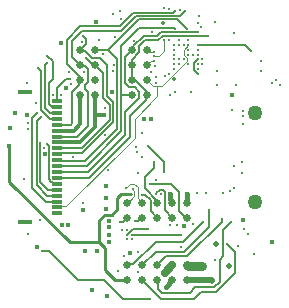
<source format=gbl>
G04*
G04 #@! TF.GenerationSoftware,Altium Limited,Altium Designer,23.0.1 (38)*
G04*
G04 Layer_Physical_Order=6*
G04 Layer_Color=16711680*
%FSLAX25Y25*%
%MOIN*%
G70*
G04*
G04 #@! TF.SameCoordinates,78B848BC-93E4-4EEF-81BE-5096D5435DE8*
G04*
G04*
G04 #@! TF.FilePolarity,Positive*
G04*
G01*
G75*
%ADD10C,0.00600*%
%ADD14C,0.00500*%
%ADD17C,0.00400*%
%ADD40C,0.00900*%
%ADD99C,0.01200*%
%ADD100C,0.01500*%
%ADD101C,0.02000*%
%ADD102C,0.00800*%
%ADD103C,0.01000*%
%ADD104C,0.00700*%
%ADD105C,0.03000*%
%ADD106C,0.02500*%
%ADD107C,0.05000*%
%ADD108C,0.01000*%
%ADD109C,0.02000*%
%ADD110C,0.01600*%
%ADD111C,0.01200*%
%ADD112C,0.01400*%
%ADD113C,0.02500*%
%ADD114R,0.04537X0.01681*%
%ADD115R,0.03456X0.01181*%
D10*
X35000Y10100D02*
X41300Y3800D01*
X50401D01*
X26400Y10100D02*
X35000D01*
X16700Y19800D02*
X26400Y10100D01*
X14200Y19800D02*
X16700D01*
X12500Y41700D02*
X15895Y38305D01*
X12500Y63100D02*
X14000Y64600D01*
X12500Y41700D02*
Y63100D01*
X29600Y61500D02*
Y72900D01*
X28700Y73800D02*
Y75300D01*
X29600Y76200D01*
Y80600D01*
X28700Y73800D02*
X29600Y72900D01*
X28670Y81530D02*
X29600Y80600D01*
X34700Y70800D02*
Y79200D01*
X32100Y81800D02*
X34700Y79200D01*
X31736Y82164D02*
X32100Y81800D01*
X27575Y52375D02*
X38100Y62900D01*
X35900Y71600D02*
X38100Y69400D01*
X28625Y49825D02*
X39400Y60600D01*
X36900Y63600D02*
Y68600D01*
X38100Y62900D02*
Y69400D01*
X36400Y86800D02*
X39400Y83800D01*
X27622Y54322D02*
X36900Y63600D01*
X34700Y70800D02*
X36900Y68600D01*
X39400Y60600D02*
Y83800D01*
X27100Y81800D02*
X27370Y81530D01*
X28670D01*
X48700Y90100D02*
X53000D01*
X42000Y84500D02*
X44664Y87164D01*
X46800Y86122D02*
Y88200D01*
X48700Y90100D01*
X44664Y87164D02*
Y88064D01*
X48200Y91600D02*
X52700D01*
X44664Y88064D02*
X48200Y91600D01*
X11000Y40900D02*
Y64200D01*
X12800Y66000D01*
X11000Y40900D02*
X15564Y36336D01*
X15895Y38305D02*
X20400D01*
X15564Y36336D02*
X20400D01*
Y50116D02*
X20691Y49825D01*
X28625D01*
X20400Y52084D02*
X20691Y52375D01*
X27575D01*
X27602Y54343D02*
X27622Y54322D01*
X20691Y54343D02*
X27602D01*
X20400Y54053D02*
X20691Y54343D01*
X24400Y72900D02*
X26737Y75236D01*
Y76437D02*
X27100Y76800D01*
X26737Y75236D02*
Y76437D01*
X35900Y71600D02*
Y81900D01*
X29810Y44210D02*
X43600Y58000D01*
X20400Y46179D02*
X29679D01*
X42100Y58600D01*
X20400Y44210D02*
X29810D01*
X43600Y58000D02*
Y64800D01*
X49030Y70230D01*
X33700Y84100D02*
X35900Y81900D01*
X42100Y58600D02*
Y66100D01*
X46800Y70800D01*
X20400Y48147D02*
X29147D01*
X40700Y59700D02*
Y71700D01*
X29147Y48147D02*
X40700Y59700D01*
X49030Y71530D02*
X49300Y71800D01*
X49030Y70230D02*
Y71530D01*
X40700Y71700D02*
Y88300D01*
X40800Y71800D02*
X44300D01*
X40700Y71700D02*
X40800Y71800D01*
X40700Y88300D02*
X46500Y94100D01*
X42000Y75900D02*
X43400Y74500D01*
X42000Y75900D02*
Y84500D01*
X20400Y57990D02*
X26090D01*
X29600Y61500D01*
X23927Y61927D02*
X24400Y62400D01*
X20400Y61927D02*
X23927D01*
X24400Y62400D02*
Y72900D01*
X22500Y82300D02*
Y90200D01*
Y82300D02*
X26737Y78063D01*
Y77163D02*
X27100Y76800D01*
X26737Y77163D02*
Y78063D01*
X46500Y94100D02*
X58288D01*
X32100Y86800D02*
X36400D01*
X46800Y97200D02*
X59300D01*
X36400Y86800D02*
X46800Y97200D01*
X40700Y93200D02*
X45700Y98200D01*
X60399D01*
X27600Y93200D02*
X40700D01*
X29100Y88800D02*
Y90400D01*
X27900Y91600D02*
X29100Y90400D01*
X22500Y90200D02*
X27000Y94700D01*
X40200D01*
X24200Y89800D02*
X27600Y93200D01*
X24200Y84607D02*
Y89800D01*
X40200Y94700D02*
X44800Y99300D01*
X27100Y86800D02*
X29100Y88800D01*
X28900Y84200D02*
X30937Y82164D01*
X31736D01*
X28670Y86530D02*
X31100Y84100D01*
X33700D01*
X27370Y86530D02*
X28670D01*
X27100Y86800D02*
X27370Y86530D01*
X52700Y91600D02*
X53824Y92724D01*
X58331Y94057D02*
X58543D01*
X54500Y91600D02*
X69600D01*
X58543Y94057D02*
X58600Y94000D01*
X58288Y94100D02*
X58331Y94057D01*
X53824Y92724D02*
X66123D01*
X53000Y90100D02*
X54500Y91600D01*
X66123Y92724D02*
X66200Y92800D01*
X58319Y85300D02*
X58350Y85331D01*
X44800Y99300D02*
X58000D01*
X46800Y70800D02*
Y72886D01*
X45186Y74500D02*
X46800Y72886D01*
X59300Y97200D02*
X62577Y93923D01*
X62600D01*
X60399Y98200D02*
X62031Y99832D01*
X27007Y81800D02*
X27100D01*
X24200Y84607D02*
X27007Y81800D01*
X43400Y74500D02*
X45186D01*
X44300Y76800D02*
Y81800D01*
X44664Y76437D02*
X45763D01*
X48937Y73264D01*
Y72163D02*
X49300Y71800D01*
X44300Y81800D02*
Y83622D01*
Y76800D02*
X44664Y76437D01*
X48937Y72163D02*
Y73264D01*
X44300Y83622D02*
X46800Y86122D01*
X58000Y99300D02*
X58600Y99900D01*
D14*
X47800Y10100D02*
X54100Y3800D01*
X64900D01*
X63700Y6000D02*
X65400Y7700D01*
X71700D02*
X73500Y9500D01*
X65400Y7700D02*
X71700D01*
X73500Y16900D02*
X74700Y18100D01*
X73500Y9500D02*
Y16900D01*
X67300Y6200D02*
X72300D01*
X78600Y12500D01*
Y19600D01*
X54200Y6000D02*
X63700D01*
X64900Y3800D02*
X67300Y6200D01*
X76000Y22200D02*
X78600Y19600D01*
X74700Y26900D02*
X77400Y29600D01*
X74700Y18100D02*
Y26900D01*
X49669Y54769D02*
X54898Y49539D01*
Y46220D02*
Y49539D01*
X50200Y42300D02*
X57300D01*
X60100Y39500D01*
X48507Y40707D02*
Y44407D01*
X51600Y47500D02*
Y49500D01*
X48507Y44407D02*
X51600Y47500D01*
X15900Y55400D02*
X16600Y54700D01*
Y43773D02*
Y54700D01*
X19400Y42242D02*
X20400D01*
X18263D02*
X19400D01*
X17403Y42970D02*
X17535D01*
X18263Y42242D01*
X16600Y43773D02*
X17403Y42970D01*
X13700Y42900D02*
X16327Y40273D01*
X13700Y42900D02*
Y55800D01*
X22200Y77100D02*
X23500D01*
X19400Y74300D02*
X22200Y77100D01*
X19400Y70141D02*
Y74300D01*
X19740Y69801D02*
X20400D01*
X19400Y70141D02*
X19740Y69801D01*
X16700Y68700D02*
X17500Y67900D01*
X16700Y76000D02*
X17900Y77200D01*
X16700Y68700D02*
Y76000D01*
X20368Y67800D02*
X20400Y67832D01*
X52300Y19600D02*
X61800D01*
X69918Y27718D02*
Y33625D01*
X61800Y19600D02*
X69918Y27718D01*
X47800Y15100D02*
X52300Y19600D01*
X47600Y38600D02*
X48800D01*
X50600Y33200D02*
Y36800D01*
X48800Y38600D02*
X50600Y36800D01*
X14000Y66900D02*
X17005Y63895D01*
X20400D01*
X14000Y66900D02*
Y79700D01*
X16327Y40273D02*
X20400D01*
X48507Y40707D02*
X52800Y36414D01*
X61377Y23000D02*
X67944Y29568D01*
X52300Y23000D02*
X61377D01*
X44783Y15483D02*
X52300Y23000D01*
X44300Y25300D02*
X60500D01*
X44706Y27300D02*
X49700D01*
X42706Y25300D02*
X44706Y27300D01*
X42700Y25300D02*
X42706D01*
X42800Y15100D02*
X43183Y15483D01*
X44783D01*
X47259Y31000D02*
X47800D01*
X45396Y29996D02*
X46255D01*
X47259Y31000D01*
X45300Y29900D02*
X45396Y29996D01*
X17500Y67900D02*
X20332D01*
X20400Y67832D01*
X16100Y85000D02*
X17900Y83200D01*
Y77200D02*
Y83200D01*
X15400Y67400D02*
Y81765D01*
Y67400D02*
X16829Y65971D01*
X15400Y81765D02*
X16100Y82465D01*
Y82600D01*
X16829Y65971D02*
X20293D01*
X12900Y80800D02*
X14000Y79700D01*
X20293Y65971D02*
X20400Y65864D01*
X40396Y29596D02*
X41376D01*
X42780Y31000D02*
X42800D01*
X41376Y29596D02*
X42780Y31000D01*
X40300Y29500D02*
X40396Y29596D01*
X53100Y7100D02*
Y9800D01*
Y7100D02*
X54200Y6000D01*
X74200Y29600D02*
Y30400D01*
X62691Y18091D02*
X74200Y29600D01*
X52800Y36000D02*
Y36414D01*
X65000Y80100D02*
X66200Y78900D01*
X65000Y80100D02*
Y82584D01*
X60100Y33300D02*
Y39500D01*
X52200Y39018D02*
X53482Y40300D01*
X54600D01*
X55400Y39500D01*
X52200Y39000D02*
Y39018D01*
X55400Y33400D02*
Y39500D01*
Y33400D02*
X57800Y31000D01*
X50600Y33200D02*
X52800Y31000D01*
X62400D02*
X62800D01*
X60100Y33300D02*
X62400Y31000D01*
X55791Y18091D02*
X62691D01*
X52800Y15100D02*
X55791Y18091D01*
X52800Y10100D02*
X53100Y9800D01*
X65000Y82584D02*
X66173Y83757D01*
X66224D01*
D17*
X22417Y34717D02*
X45300Y57600D01*
X20400Y34368D02*
X20750Y34717D01*
X22417D01*
X45300Y57600D02*
Y63900D01*
X46200Y37600D02*
X47800Y36000D01*
X46200Y37600D02*
Y41200D01*
X45100Y42300D02*
X46200Y41200D01*
X43700Y42300D02*
X45100D01*
X42400Y41000D02*
X43700Y42300D01*
X44600Y40238D02*
X45100Y39738D01*
Y38100D02*
Y39738D01*
X44600Y40238D02*
Y40400D01*
X43000Y36000D02*
X45100Y38100D01*
X42800Y36000D02*
X43000D01*
X52802Y74800D02*
X54200D01*
X51404D02*
X52802D01*
X45300Y63900D02*
X52802Y71402D01*
Y74800D01*
X62600Y83200D02*
Y84300D01*
X61600Y85300D02*
Y87006D01*
Y85300D02*
X62600Y84300D01*
X54200Y74800D02*
X62600Y83200D01*
X61600Y87006D02*
X63075Y88481D01*
X49712Y76492D02*
X51404Y74800D01*
X49608Y76492D02*
X49712D01*
X49300Y76800D02*
X49608Y76492D01*
X49868Y86800D02*
X50464Y86204D01*
X51704D01*
X49300Y86800D02*
X49868D01*
X51704Y86204D02*
X51800Y86300D01*
X55100Y86600D02*
Y90300D01*
X53300Y84800D02*
X55100Y86600D01*
X51800Y84800D02*
X53300D01*
X50708Y83200D02*
X51800D01*
X49300Y81800D02*
X49308D01*
X50708Y83200D01*
X49300Y81800D02*
X49416Y81916D01*
D40*
X79600Y21400D02*
D03*
X9516Y25649D02*
D03*
X35300Y67600D02*
D03*
X28300Y79500D02*
D03*
X34700Y85500D02*
D03*
X60678Y21114D02*
D03*
X35400Y58400D02*
D03*
X59400Y28500D02*
D03*
X52000Y81400D02*
D03*
X9600Y60600D02*
D03*
Y62600D02*
D03*
X24700Y51100D02*
D03*
X56870Y28540D02*
D03*
X13575Y30187D02*
D03*
X42713Y26862D02*
D03*
X41100D02*
D03*
X44300Y23700D02*
D03*
X42700D02*
D03*
X44300Y25300D02*
D03*
X42700D02*
D03*
X61500Y83757D02*
D03*
X38200Y81800D02*
D03*
X44900Y90000D02*
D03*
X50800Y79500D02*
D03*
X63075Y86906D02*
D03*
X66224Y88481D02*
D03*
X64650Y85331D02*
D03*
X63075D02*
D03*
X51800Y83200D02*
D03*
Y84800D02*
D03*
Y86300D02*
D03*
X58350Y88481D02*
D03*
X56776Y90056D02*
D03*
X58600Y94000D02*
D03*
X59925Y90050D02*
D03*
X55100Y90300D02*
D03*
X51100Y92900D02*
D03*
X58350Y85331D02*
D03*
Y86900D02*
D03*
X63075Y90050D02*
D03*
X61500Y88481D02*
D03*
X59925D02*
D03*
X58350Y83757D02*
D03*
X59925D02*
D03*
X93800Y75300D02*
D03*
X92300Y76800D02*
D03*
X90900Y75800D02*
D03*
X63075Y82182D02*
D03*
X56700Y78800D02*
D03*
X58350Y80607D02*
D03*
X59925Y82182D02*
D03*
X58350D02*
D03*
X85044Y18877D02*
D03*
X81513Y27075D02*
D03*
X83087Y25500D02*
D03*
X71865Y16984D02*
D03*
X66224Y85331D02*
D03*
Y86906D02*
D03*
X68959Y39075D02*
D03*
X66059D02*
D03*
X74700Y39300D02*
D03*
X76946Y39739D02*
D03*
X78446Y40839D02*
D03*
X78346Y48239D02*
D03*
X62031Y99832D02*
D03*
X87414Y83255D02*
D03*
X66224Y83757D02*
D03*
X67799D02*
D03*
X66200Y78900D02*
D03*
X66224Y82182D02*
D03*
X56700Y100600D02*
D03*
X72100Y96300D02*
D03*
X80965Y49584D02*
D03*
X81065Y45784D02*
D03*
X81365Y62084D02*
D03*
Y64684D02*
D03*
X66400Y95900D02*
D03*
X63075Y88481D02*
D03*
X66500Y98100D02*
D03*
X66224Y80607D02*
D03*
X67799Y82182D02*
D03*
D99*
X32100Y65300D02*
X34892D01*
X32100D02*
Y71800D01*
Y61200D02*
Y65300D01*
X27100Y62100D02*
Y71800D01*
X24958Y59958D02*
X27100Y62100D01*
X26921Y56021D02*
X32100Y61200D01*
X20400Y56021D02*
X26921D01*
X20400Y59958D02*
X24958D01*
D100*
X57000Y37071D02*
X57800Y36271D01*
Y36000D02*
Y36271D01*
X57000Y37071D02*
Y38873D01*
X62800Y36000D02*
Y38842D01*
X55500Y7800D02*
X57800Y10100D01*
D101*
X70900D02*
X71000Y10000D01*
X62800Y10100D02*
X70900D01*
D102*
X66224Y88481D02*
X82019D01*
X83900Y86600D01*
D103*
X3400Y43000D02*
Y54700D01*
Y43000D02*
X23500Y22900D01*
X33400D01*
X35400Y13500D02*
X38800Y10100D01*
X42800D01*
X35400Y13500D02*
Y20900D01*
X33400Y22900D02*
X35400Y20900D01*
X33400Y22900D02*
Y30200D01*
X35200Y32000D01*
X37600D01*
X39419Y33819D01*
Y37519D01*
X40774Y38874D02*
X43845D01*
X39419Y37519D02*
X40774Y38874D01*
D104*
X58350Y80607D02*
X58369Y80626D01*
X59906Y82163D02*
X59925Y82182D01*
D105*
X62900Y15000D02*
X67500D01*
X62800Y15100D02*
X62900Y15000D01*
D106*
X57700Y15100D02*
X57800D01*
X55200Y12600D02*
X57700Y15100D01*
D107*
X85451Y65917D02*
D03*
Y36300D02*
D03*
D108*
X50401Y3800D02*
D03*
X76000Y22200D02*
D03*
X14200Y19800D02*
D03*
X46385Y45815D02*
D03*
X49669Y54769D02*
D03*
X52300Y43500D02*
D03*
X50200Y42300D02*
D03*
X47500Y51100D02*
D03*
X54898Y46220D02*
D03*
X15900Y55400D02*
D03*
X15000Y54100D02*
D03*
X24000Y75600D02*
D03*
X23500Y77100D02*
D03*
X20800Y71800D02*
D03*
X18100Y71900D02*
D03*
X38124Y98931D02*
D03*
X42400Y41000D02*
D03*
X44600Y40400D02*
D03*
X45800Y54500D02*
D03*
X79021Y75058D02*
D03*
X12800Y66000D02*
D03*
X14000Y64600D02*
D03*
X47613Y59033D02*
D03*
X13700Y55800D02*
D03*
X51600Y49500D02*
D03*
X45900Y52700D02*
D03*
X72600Y75187D02*
D03*
X60500Y25300D02*
D03*
X49700Y27300D02*
D03*
X43845Y38874D02*
D03*
X45300Y29900D02*
D03*
X38000Y79900D02*
D03*
X16100Y85000D02*
D03*
X23200Y79400D02*
D03*
X12900Y80800D02*
D03*
X52200Y76000D02*
D03*
X33167Y90207D02*
D03*
X27900Y91600D02*
D03*
X27500Y89600D02*
D03*
X16100Y82600D02*
D03*
X38500Y91200D02*
D03*
X28900Y84200D02*
D03*
X55200Y78100D02*
D03*
X66200Y92800D02*
D03*
X40500Y97100D02*
D03*
X63831Y72983D02*
D03*
X56900Y71700D02*
D03*
X78300Y92400D02*
D03*
X40300Y29500D02*
D03*
X74200Y30400D02*
D03*
X62600Y93923D02*
D03*
X77540Y66944D02*
D03*
X58750Y73000D02*
D03*
X83900Y86600D02*
D03*
X67300Y94400D02*
D03*
X58600Y99900D02*
D03*
X60171Y100051D02*
D03*
X55000Y100735D02*
D03*
X53900Y38950D02*
D03*
X52200Y39000D02*
D03*
X47600Y38600D02*
D03*
X64600Y28900D02*
D03*
X67944Y29568D02*
D03*
X69918Y33625D02*
D03*
X77400Y29600D02*
D03*
X81300Y66600D02*
D03*
X69600Y91600D02*
D03*
X40442Y99700D02*
D03*
X72799Y79765D02*
D03*
X87400Y79732D02*
D03*
D109*
X71000Y10000D02*
D03*
X72200Y22200D02*
D03*
X76700Y15000D02*
D03*
X55200Y12600D02*
D03*
X67500Y15000D02*
D03*
D110*
X21000Y28500D02*
D03*
X23000D02*
D03*
X5200Y66000D02*
D03*
X36663Y22883D02*
D03*
X36660Y25149D02*
D03*
X57000Y38900D02*
D03*
X15150Y52100D02*
D03*
X22400Y74300D02*
D03*
X35000Y65300D02*
D03*
X9200Y65200D02*
D03*
X62800Y38842D02*
D03*
X61600Y28100D02*
D03*
X48177Y64000D02*
D03*
X50677D02*
D03*
X3400Y54700D02*
D03*
X27100Y65800D02*
D03*
X77600Y71700D02*
D03*
X32406Y96283D02*
D03*
X12500Y21100D02*
D03*
X36680Y29921D02*
D03*
X35500Y34000D02*
D03*
X3600Y60800D02*
D03*
X35700Y41400D02*
D03*
X28100Y33500D02*
D03*
X35700Y37600D02*
D03*
X36680Y27721D02*
D03*
X28500Y20000D02*
D03*
X32600D02*
D03*
X31100Y6900D02*
D03*
X35900Y4900D02*
D03*
X43800Y19100D02*
D03*
X37700Y73000D02*
D03*
X20633Y89070D02*
D03*
X90876Y22893D02*
D03*
X81300Y30100D02*
D03*
D111*
X28000Y35800D02*
D03*
X36453Y46694D02*
D03*
X8453Y43894D02*
D03*
X9300Y76000D02*
D03*
X12308Y69040D02*
D03*
X41685Y18100D02*
D03*
X39500Y13100D02*
D03*
X46200Y19500D02*
D03*
Y12700D02*
D03*
X52200Y77800D02*
D03*
X55500Y7800D02*
D03*
D112*
X58355Y77097D02*
D03*
X54500Y95800D02*
D03*
D113*
X62800Y36000D02*
D03*
Y31000D02*
D03*
X57800Y36000D02*
D03*
X47800D02*
D03*
Y31000D02*
D03*
X42800D02*
D03*
Y36000D02*
D03*
X57800Y31000D02*
D03*
X52800Y36000D02*
D03*
Y31000D02*
D03*
X62800Y15100D02*
D03*
Y10100D02*
D03*
X57800Y15100D02*
D03*
X47800D02*
D03*
Y10100D02*
D03*
X42800D02*
D03*
Y15100D02*
D03*
X57800Y10100D02*
D03*
X52800Y15100D02*
D03*
Y10100D02*
D03*
X27100Y86800D02*
D03*
X32100D02*
D03*
Y81800D02*
D03*
X27100D02*
D03*
Y71800D02*
D03*
X32100D02*
D03*
Y76800D02*
D03*
X27100D02*
D03*
X44300Y86800D02*
D03*
X49300D02*
D03*
Y81800D02*
D03*
X44300D02*
D03*
Y71800D02*
D03*
X49300D02*
D03*
Y76800D02*
D03*
X44300D02*
D03*
D114*
X8800Y29400D02*
D03*
Y72800D02*
D03*
D115*
X19400Y69801D02*
D03*
Y67832D02*
D03*
Y65864D02*
D03*
Y63895D02*
D03*
Y61927D02*
D03*
Y59958D02*
D03*
Y57990D02*
D03*
Y56021D02*
D03*
Y54053D02*
D03*
Y52084D02*
D03*
Y50116D02*
D03*
Y48147D02*
D03*
Y46179D02*
D03*
Y44210D02*
D03*
Y42242D02*
D03*
Y40273D02*
D03*
Y38305D02*
D03*
Y36336D02*
D03*
Y34368D02*
D03*
Y32399D02*
D03*
M02*

</source>
